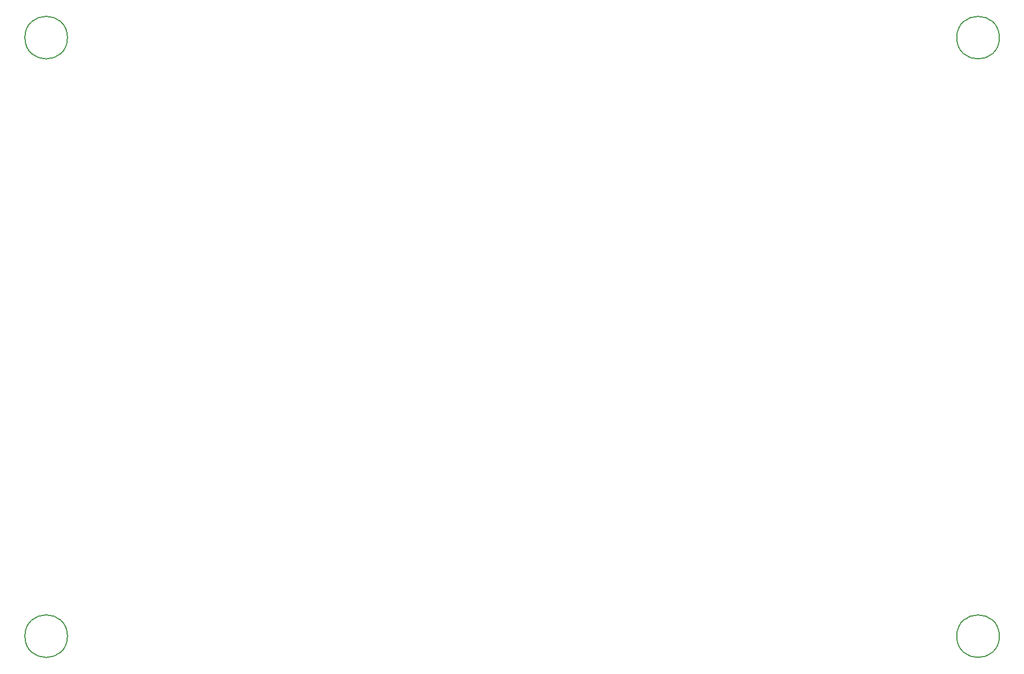
<source format=gbr>
%TF.GenerationSoftware,KiCad,Pcbnew,(6.0.1)*%
%TF.CreationDate,2023-02-05T15:58:29-08:00*%
%TF.ProjectId,Interface Board,496e7465-7266-4616-9365-20426f617264,rev?*%
%TF.SameCoordinates,Original*%
%TF.FileFunction,Other,Comment*%
%FSLAX46Y46*%
G04 Gerber Fmt 4.6, Leading zero omitted, Abs format (unit mm)*
G04 Created by KiCad (PCBNEW (6.0.1)) date 2023-02-05 15:58:29*
%MOMM*%
%LPD*%
G01*
G04 APERTURE LIST*
%ADD10C,0.150000*%
G04 APERTURE END LIST*
D10*
%TO.C,H5*%
X8200000Y95000000D02*
G75*
G03*
X8200000Y95000000I-3200000J0D01*
G01*
%TO.C,H2*%
X148200000Y95000000D02*
G75*
G03*
X148200000Y95000000I-3200000J0D01*
G01*
%TO.C,H6*%
X8200000Y5000000D02*
G75*
G03*
X8200000Y5000000I-3200000J0D01*
G01*
%TO.C,H1*%
X148200000Y5000000D02*
G75*
G03*
X148200000Y5000000I-3200000J0D01*
G01*
%TD*%
M02*

</source>
